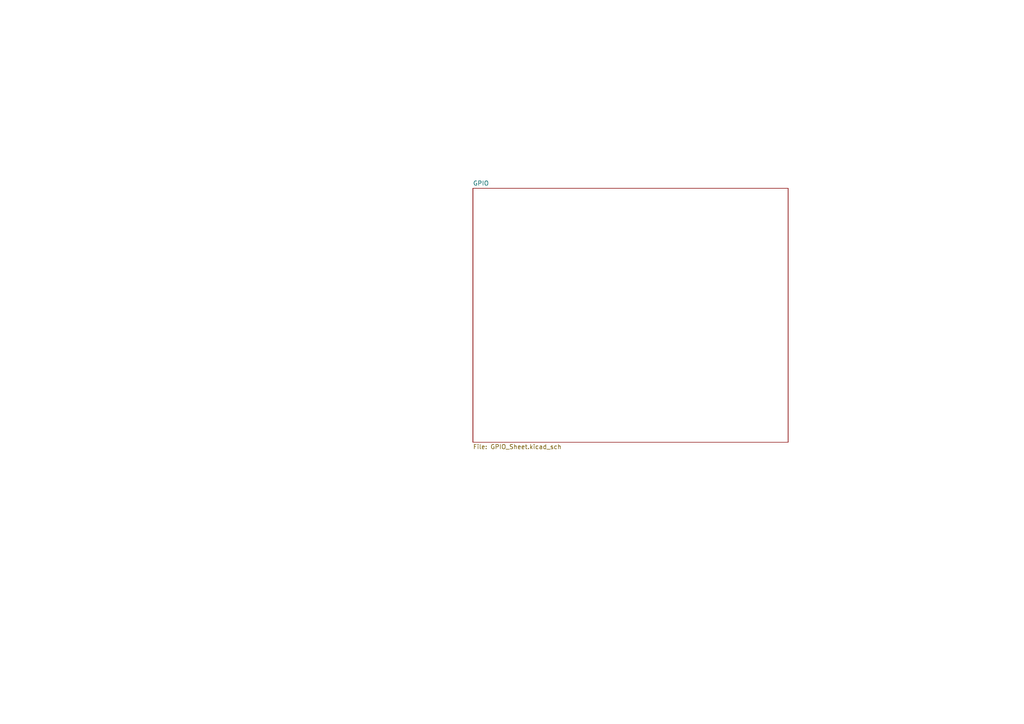
<source format=kicad_sch>
(kicad_sch (version 20230121) (generator eeschema)
  (paper "A4")
  (lib_symbols)
  (sheet (at 137.16 54.61) (size 91.44 73.66) (stroke (width 0.1524))
    (property "Sheetname" "GPIO" (at 137.16 53.8984 0) (effects (justify left bottom)))
    (property "Sheetfile" "GPIO_Sheet.kicad_sch" (at 137.16 128.8546 0) (effects (justify left top)))
  )
)
</source>
